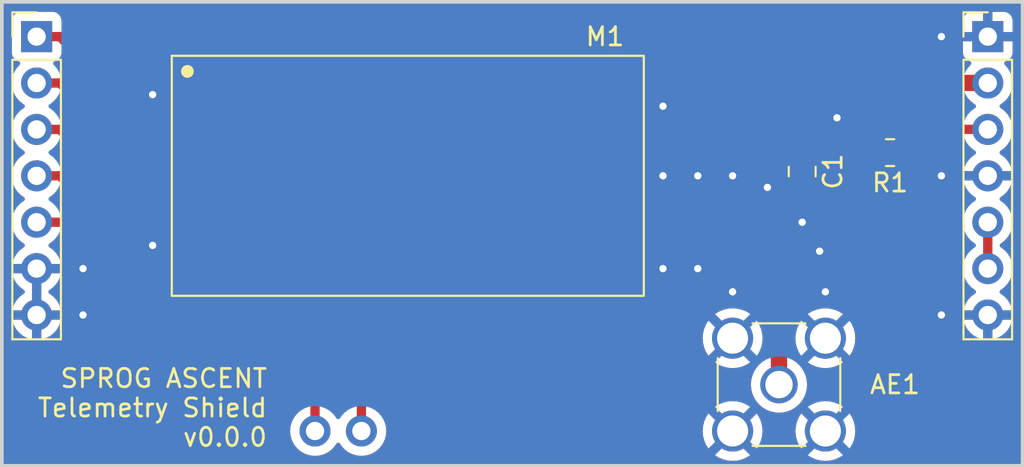
<source format=kicad_pcb>
(kicad_pcb (version 20221018) (generator pcbnew)
  (layers (0 "F.Cu" signal) (31 "B.Cu" signal) (34 "B.Paste" user) (35 "F.Paste" user) (36 "B.SilkS" user "B.Silkscreen") (37 "F.SilkS" user "F.Silkscreen") (38 "B.Mask" user) (39 "F.Mask" user) (44 "Edge.Cuts" user))
  (net 0 "")
  (net 11 "DC")
  (net 12 "DD")
  (net 17 "GND")
  (net 18 "VCC")
  (net 19 "Net-(M1-RESET)")
  (net 21 "RF")
  (net 22 "RXD")
  (net 23 "TXD")
  (net 24 "CFG")
  (net 25 "RTS")
  (net 26 "CTS")
  (net 27 "RST")
  (net 28 "Net-(J2-Pin_5)")
  (footprint "Resistor_SMD:R_0805_2012Metric_Pad1.20x1.40mm_HandSolder" (layer "F.Cu") (at 123.555 57.785 180)
    (fp_text reference "R1" (at 0 -1.65 180) (layer "F.SilkS"))
    (fp_text value "2k7")
    (fp_line (start -0.227064 -0.735) (end 0.227064 -0.735) (stroke (width 0.12)) (layer "F.SilkS"))
    (fp_line (start -0.227064 0.735) (end 0.227064 0.735) (stroke (width 0.12)) (layer "F.SilkS"))
    (pad "1" smd roundrect (at -1 0 180) (size 1.2 1.4) (layers "F.Cu" "F.Paste" "F.Mask") (roundrect_rratio 0.2083333333) (net 27 "RST"))
    (pad "2" smd roundrect (at 1 0 180) (size 1.2 1.4) (layers "F.Cu" "F.Paste" "F.Mask") (roundrect_rratio 0.2083333333) (net 19 "Net-(M1-RESET)"))
  )
  (footprint "Connector_Coaxial:SMA_Amphenol_901-144_Vertical" (layer "F.Cu") (at 117.475 70.485)
    (fp_text reference "AE1" (at 6.35 0) (layer "F.SilkS"))
    (fp_text value "Antenna" hide)
    (fp_line (start -3.355 -1.45) (end -3.355 1.45) (stroke (width 0.12)) (layer "F.SilkS"))
    (fp_line (start -1.45 -3.355) (end 1.45 -3.355) (stroke (width 0.12)) (layer "F.SilkS"))
    (fp_line (start -1.45 3.355) (end 1.45 3.355) (stroke (width 0.12)) (layer "F.SilkS"))
    (fp_line (start 3.355 -1.45) (end 3.355 1.45) (stroke (width 0.12)) (layer "F.SilkS"))
    (pad "1" thru_hole circle (at 0 0) (size 2.05 2.05) (drill 1.5) (layers "*.Cu" "*.Mask") (net 21 "RF"))
    (pad "2" thru_hole circle (at -2.54 -2.54) (size 2.25 2.25) (drill 1.7) (layers "*.Cu" "*.Mask") (net 17 "GND"))
    (pad "2" thru_hole circle (at -2.54 2.54) (size 2.25 2.25) (drill 1.7) (layers "*.Cu" "*.Mask") (net 17 "GND"))
    (pad "2" thru_hole circle (at 2.54 -2.54) (size 2.25 2.25) (drill 1.7) (layers "*.Cu" "*.Mask") (net 17 "GND"))
    (pad "2" thru_hole circle (at 2.54 2.54) (size 2.25 2.25) (drill 1.7) (layers "*.Cu" "*.Mask") (net 17 "GND"))
  )
  (footprint "Connector_PinHeader_2.54mm:PinHeader_1x07_P2.54mm_Vertical" (layer "F.Cu") (at 128.905 51.435)
    (fp_text reference "J2" hide)
    (fp_text value "Conn_01x07_Pin" hide)
    (fp_line (start -1.33 -1.33) (end 0 -1.33) (stroke (width 0.12)) (layer "F.SilkS"))
    (fp_line (start -1.33 0) (end -1.33 -1.33) (stroke (width 0.12)) (layer "F.SilkS"))
    (fp_line (start -1.33 1.27) (end -1.33 16.57) (stroke (width 0.12)) (layer "F.SilkS"))
    (fp_line (start -1.33 1.27) (end 1.33 1.27) (stroke (width 0.12)) (layer "F.SilkS"))
    (fp_line (start -1.33 16.57) (end 1.33 16.57) (stroke (width 0.12)) (layer "F.SilkS"))
    (fp_line (start 1.33 1.27) (end 1.33 16.57) (stroke (width 0.12)) (layer "F.SilkS"))
    (pad "1" thru_hole rect (at 0 0) (size 1.7 1.7) (drill 1) (layers "*.Cu" "*.Mask") (net 17 "GND"))
    (pad "2" thru_hole oval (at 0 2.54) (size 1.7 1.7) (drill 1) (layers "*.Cu" "*.Mask") (net 18 "VCC"))
    (pad "3" thru_hole oval (at 0 5.08) (size 1.7 1.7) (drill 1) (layers "*.Cu" "*.Mask") (net 27 "RST"))
    (pad "4" thru_hole oval (at 0 7.62) (size 1.7 1.7) (drill 1) (layers "*.Cu" "*.Mask") (net 17 "GND"))
    (pad "5" thru_hole oval (at 0 10.16) (size 1.7 1.7) (drill 1) (layers "*.Cu" "*.Mask") (net 28 "Net-(J2-Pin_5)"))
    (pad "6" thru_hole oval (at 0 12.7) (size 1.7 1.7) (drill 1) (layers "*.Cu" "*.Mask") (net 28 "Net-(J2-Pin_5)"))
    (pad "7" thru_hole oval (at 0 15.24) (size 1.7 1.7) (drill 1) (layers "*.Cu" "*.Mask") (net 17 "GND"))
  )
  (footprint "new_lib:double_pad" (layer "F.Cu") (at 93.345 73.025)
    (fp_text reference "J3" hide)
    (fp_text value "Conn_01x02_Pin" hide)
    (pad "1" thru_hole circle (at -1.27 0) (size 1.7 1.7) (drill 1) (layers "*.Cu" "*.Mask") (net 12 "DD"))
    (pad "2" thru_hole circle (at 1.27 0) (size 1.7 1.7) (drill 1) (layers "*.Cu" "*.Mask") (net 11 "DC"))
  )
  (footprint "Capacitor_SMD:C_0805_2012Metric_Pad1.18x1.45mm_HandSolder" (layer "F.Cu") (at 118.745 58.8225 -90)
    (fp_text reference "C1" (at 0 -1.68 -90) (layer "F.SilkS"))
    (fp_text value "1n0")
    (fp_line (start -0.261252 -0.735) (end 0.261252 -0.735) (stroke (width 0.12)) (layer "F.SilkS"))
    (fp_line (start -0.261252 0.735) (end 0.261252 0.735) (stroke (width 0.12)) (layer "F.SilkS"))
    (pad "1" smd roundrect (at -1.0375 0 270) (size 1.175 1.45) (layers "F.Cu" "F.Paste" "F.Mask") (roundrect_rratio 0.2127659574) (net 19 "Net-(M1-RESET)"))
    (pad "2" smd roundrect (at 1.0375 0 270) (size 1.175 1.45) (layers "F.Cu" "F.Paste" "F.Mask") (roundrect_rratio 0.2127659574) (net 17 "GND"))
  )
  (footprint "new_lib:RC1180 only reflow" (layer "F.Cu") (at 85.09 62.865)
    (fp_text reference "M1" (at 22.86 -11.43 unlocked) (layer "F.SilkS"))
    (fp_text value "RC1180HP")
    (fp_rect (start -0.855 -10.38) (end 24.985 2.76) (stroke (width 0.12)) (fill none) (layer "F.SilkS"))
    (pad "1" smd roundrect (at 0 -7.62 180) (size 1.27 0.89) (layers "F.Cu" "F.Paste" "F.Mask") (net 17 "GND"))
    (pad "2" smd roundrect (at 0 -6.35 180) (size 1.27 0.89) (layers "F.Cu" "F.Paste" "F.Mask") (net 26 "CTS"))
    (pad "3" smd roundrect (at 0 -5.08 180) (size 1.27 0.89) (layers "F.Cu" "F.Paste" "F.Mask") (net 25 "RTS"))
    (pad "4" smd roundrect (at 0 -3.81 180) (size 1.27 0.89) (layers "F.Cu" "F.Paste" "F.Mask") (net 24 "CFG"))
    (pad "5" smd roundrect (at 0 -2.54 180) (size 1.27 0.89) (layers "F.Cu" "F.Paste" "F.Mask") (net 23 "TXD"))
    (pad "6" smd roundrect (at 0 -1.27 180) (size 1.27 0.89) (layers "F.Cu" "F.Paste" "F.Mask") (net 22 "RXD"))
    (pad "7" smd roundrect (at 0 0 180) (size 1.27 0.89) (layers "F.Cu" "F.Paste" "F.Mask") (net 17 "GND"))
    (pad "8" smd roundrect (at 24.13 0 180) (size 1.27 0.89) (layers "F.Cu" "F.Paste" "F.Mask") (net 17 "GND"))
    (pad "9" smd roundrect (at 24.13 -1.27 180) (size 1.27 0.89) (layers "F.Cu" "F.Paste" "F.Mask") (net 21 "RF"))
    (pad "10" smd roundrect (at 24.13 -2.54 180) (size 1.27 0.89) (layers "F.Cu" "F.Paste" "F.Mask") (net 17 "GND"))
    (pad "11" smd roundrect (at 24.13 -3.81 180) (size 1.27 0.89) (layers "F.Cu" "F.Paste" "F.Mask"))
    (pad "12" smd roundrect (at 24.13 -5.08 180) (size 1.27 0.89) (layers "F.Cu" "F.Paste" "F.Mask") (net 19 "Net-(M1-RESET)"))
    (pad "13" smd roundrect (at 24.13 -6.35 180) (size 1.27 0.89) (layers "F.Cu" "F.Paste" "F.Mask") (net 18 "VCC"))
    (pad "14" smd roundrect (at 24.13 -7.62 180) (size 1.27 0.89) (layers "F.Cu" "F.Paste" "F.Mask") (net 17 "GND"))
    (pad "15" smd roundrect (at 1.905 1.905 90) (size 1.27 0.89) (layers "F.Cu" "F.Paste" "F.Mask"))
    (pad "16" smd roundrect (at 3.175 1.905 90) (size 1.27 0.89) (layers "F.Cu" "F.Paste" "F.Mask"))
    (pad "17" smd roundrect (at 4.445 1.905 90) (size 1.27 0.89) (layers "F.Cu" "F.Paste" "F.Mask"))
    (pad "18" smd roundrect (at 5.715 1.905 90) (size 1.27 0.89) (layers "F.Cu" "F.Paste" "F.Mask"))
    (pad "19" smd roundrect (at 6.985 1.905 90) (size 1.27 0.89) (layers "F.Cu" "F.Paste" "F.Mask") (net 12 "DD"))
    (pad "20" smd roundrect (at 8.255 1.905 90) (size 1.27 0.89) (layers "F.Cu" "F.Paste" "F.Mask") (net 11 "DC"))
    (pad "21" smd roundrect (at 9.525 1.905 90) (size 1.27 0.89) (layers "F.Cu" "F.Paste" "F.Mask"))
    (pad "22" smd roundrect (at 10.795 1.905 90) (size 1.27 0.89) (layers "F.Cu" "F.Paste" "F.Mask"))
    (pad "23" smd roundrect (at 10.795 -9.525 90) (size 1.27 0.89) (layers "F.Cu" "F.Paste" "F.Mask"))
    (pad "24" smd roundrect (at 9.525 -9.525 90) (size 1.27 0.89) (layers "F.Cu" "F.Paste" "F.Mask"))
    (pad "25" smd roundrect (at 8.255 -9.525 90) (size 1.27 0.89) (layers "F.Cu" "F.Paste" "F.Mask"))
    (pad "26" smd roundrect (at 6.985 -9.525 90) (size 1.27 0.89) (layers "F.Cu" "F.Paste" "F.Mask"))
    (pad "27" smd roundrect (at 5.715 -9.525 90) (size 1.27 0.89) (layers "F.Cu" "F.Paste" "F.Mask"))
    (pad "28" smd roundrect (at 4.445 -9.525 90) (size 1.27 0.89) (layers "F.Cu" "F.Paste" "F.Mask"))
    (pad "29" smd roundrect (at 3.175 -9.525 90) (size 1.27 0.89) (layers "F.Cu" "F.Paste" "F.Mask"))
    (pad "30" smd roundrect (at 1.905 -9.525 90) (size 1.27 0.89) (layers "F.Cu" "F.Paste" "F.Mask"))
  )
  (footprint "Connector_PinHeader_2.54mm:PinHeader_1x07_P2.54mm_Vertical" (layer "F.Cu") (at 76.835 51.435)
    (fp_text reference "J1" hide)
    (fp_text value "Conn_01x07_Pin" hide)
    (fp_line (start -1.33 -1.33) (end 0 -1.33) (stroke (width 0.12)) (layer "F.SilkS"))
    (fp_line (start -1.33 0) (end -1.33 -1.33) (stroke (width 0.12)) (layer "F.SilkS"))
    (fp_line (start -1.33 1.27) (end -1.33 16.57) (stroke (width 0.12)) (layer "F.SilkS"))
    (fp_line (start -1.33 1.27) (end 1.33 1.27) (stroke (width 0.12)) (layer "F.SilkS"))
    (fp_line (start -1.33 16.57) (end 1.33 16.57) (stroke (width 0.12)) (layer "F.SilkS"))
    (fp_line (start 1.33 1.27) (end 1.33 16.57) (stroke (width 0.12)) (layer "F.SilkS"))
    (pad "1" thru_hole rect (at 0 0) (size 1.7 1.7) (drill 1) (layers "*.Cu" "*.Mask") (net 26 "CTS"))
    (pad "2" thru_hole oval (at 0 2.54) (size 1.7 1.7) (drill 1) (layers "*.Cu" "*.Mask") (net 25 "RTS"))
    (pad "3" thru_hole oval (at 0 5.08) (size 1.7 1.7) (drill 1) (layers "*.Cu" "*.Mask") (net 24 "CFG"))
    (pad "4" thru_hole oval (at 0 7.62) (size 1.7 1.7) (drill 1) (layers "*.Cu" "*.Mask") (net 23 "TXD"))
    (pad "5" thru_hole oval (at 0 10.16) (size 1.7 1.7) (drill 1) (layers "*.Cu" "*.Mask") (net 22 "RXD"))
    (pad "6" thru_hole oval (at 0 12.7) (size 1.7 1.7) (drill 1) (layers "*.Cu" "*.Mask") (net 17 "GND"))
    (pad "7" thru_hole oval (at 0 15.24) (size 1.7 1.7) (drill 1) (layers "*.Cu" "*.Mask") (net 17 "GND"))
  )
  (gr_circle (center 85.09 53.34) (end 85.34 53.34) (stroke (width 0.2)) (fill solid) (layer "F.SilkS"))
  (gr_rect (start 74.93 49.53) (end 130.81 74.93) (stroke (width 0.2)) (fill none) (layer "Edge.Cuts"))
  (gr_text "SPROG ASCENT\nTelemetry Shield\nv0.0.0" (at 89.535 71.755) (layer "F.SilkS") (effects (font (size 1 1)) (justify right)))
  (segment (start 93.345 69.215) (end 93.345 64.77) (width 0.508) (layer "F.Cu") (net 11))
  (segment (start 94.615 73.025) (end 94.615 70.485) (width 0.508) (layer "F.Cu") (net 11))
  (segment (start 94.615 70.485) (end 93.345 69.215) (width 0.508) (layer "F.Cu") (net 11))
  (segment (start 92.075 73.025) (end 92.075 64.77) (width 0.508) (layer "F.Cu") (net 12))
  (via (at 83.185 62.865) (size 0.8) (drill 0.4) (layers "F.Cu" "B.Cu") (net 17))
  (via (at 111.125 64.135) (size 0.8) (drill 0.4) (layers "F.Cu" "B.Cu") (net 17))
  (via (at 116.84 59.69) (size 0.8) (drill 0.4) (layers "F.Cu" "B.Cu") (net 17))
  (via (at 83.185 54.61) (size 0.8) (drill 0.4) (layers "F.Cu" "B.Cu") (net 17))
  (via (at 79.375 64.135) (size 0.8) (drill 0.4) (layers "F.Cu" "B.Cu") (net 17))
  (via (at 113.03 64.135) (size 0.8) (drill 0.4) (layers "F.Cu" "B.Cu") (net 17))
  (via (at 119.6975 63.1825) (size 0.8) (drill 0.4) (layers "F.Cu" "B.Cu") (net 17))
  (via (at 114.935 65.405) (size 0.8) (drill 0.4) (layers "F.Cu" "B.Cu") (net 17))
  (via (at 126.365 51.435) (size 0.8) (drill 0.4) (layers "F.Cu" "B.Cu") (net 17))
  (via (at 120.65 55.88) (size 0.8) (drill 0.4) (layers "F.Cu" "B.Cu") (net 17))
  (via (at 111.125 55.245) (size 0.8) (drill 0.4) (layers "F.Cu" "B.Cu") (net 17))
  (via (at 114.935 59.055) (size 0.8) (drill 0.4) (layers "F.Cu" "B.Cu") (net 17))
  (via (at 79.375 66.675) (size 0.8) (drill 0.4) (layers "F.Cu" "B.Cu") (net 17))
  (via (at 113.03 59.055) (size 0.8) (drill 0.4) (layers "F.Cu" "B.Cu") (net 17))
  (via (at 118.745 61.595) (size 0.8) (drill 0.4) (layers "F.Cu" "B.Cu") (net 17))
  (via (at 111.125 59.055) (size 0.8) (drill 0.4) (layers "F.Cu" "B.Cu") (net 17))
  (via (at 126.365 59.055) (size 0.8) (drill 0.4) (layers "F.Cu" "B.Cu") (net 17))
  (via (at 120.015 65.405) (size 0.8) (drill 0.4) (layers "F.Cu" "B.Cu") (net 17))
  (via (at 126.365 66.675) (size 0.8) (drill 0.4) (layers "F.Cu" "B.Cu") (net 17))
  (segment (start 113.665 56.515) (end 109.22 56.515) (width 0.89) (layer "F.Cu") (net 18))
  (segment (start 113.665 56.515) (end 116.21 53.97) (width 0.89) (layer "F.Cu") (net 18))
  (segment (start 116.21 53.97) (end 128.905 53.97) (width 0.89) (layer "F.Cu") (net 18))
  (segment (start 118.745 57.785) (end 109.22 57.785) (width 0.508) (layer "F.Cu") (net 19))
  (segment (start 118.745 57.785) (end 122.555 57.785) (width 0.508) (layer "F.Cu") (net 19))
  (segment (start 117.475 70.485) (end 117.475 65.405) (width 0.89) (layer "F.Cu") (net 21))
  (segment (start 113.665 61.595) (end 109.22 61.595) (width 0.89) (layer "F.Cu") (net 21))
  (arc (start 117.475 65.405) (mid 116.359076 62.710923) (end 113.665 61.595) (width 2.54) (layer "F.Cu") (net 21))
  (segment (start 76.835 61.595) (end 85.09 61.595) (width 0.508) (layer "F.Cu") (net 22))
  (segment (start 78.095 59.055) (end 76.835 59.055) (width 0.508) (layer "F.Cu") (net 23))
  (segment (start 78.1 59.05) (end 79.375 60.325) (width 0.508) (layer "F.Cu") (net 23))
  (segment (start 79.375 60.325) (end 85.09 60.325) (width 0.508) (layer "F.Cu") (net 23))
  (segment (start 78.1 59.05) (end 78.095 59.055) (width 0.508) (layer "F.Cu") (net 23))
  (segment (start 80.645 59.055) (end 85.09 59.055) (width 0.508) (layer "F.Cu") (net 24))
  (segment (start 78.095 56.515) (end 76.835 56.515) (width 0.508) (layer "F.Cu") (net 24))
  (segment (start 78.1 56.51) (end 78.095 56.515) (width 0.508) (layer "F.Cu") (net 24))
  (segment (start 78.1 56.51) (end 80.645 59.055) (width 0.508) (layer "F.Cu") (net 24))
  (segment (start 78.095 53.975) (end 76.835 53.975) (width 0.508) (layer "F.Cu") (net 25))
  (segment (start 78.1 53.97) (end 81.915 57.785) (width 0.508) (layer "F.Cu") (net 25))
  (segment (start 81.915 57.785) (end 85.09 57.785) (width 0.508) (layer "F.Cu") (net 25))
  (segment (start 78.1 53.97) (end 78.095 53.975) (width 0.508) (layer "F.Cu") (net 25))
  (segment (start 83.185 56.515) (end 85.09 56.515) (width 0.508) (layer "F.Cu") (net 26))
  (segment (start 78.1 51.43) (end 83.185 56.515) (width 0.508) (layer "F.Cu") (net 26))
  (segment (start 78.1 51.43) (end 78.095 51.435) (width 0.508) (layer "F.Cu") (net 26))
  (segment (start 78.095 51.435) (end 76.835 51.435) (width 0.508) (layer "F.Cu") (net 26))
  (segment (start 125.83 56.51) (end 124.555 57.785) (width 0.508) (layer "F.Cu") (net 27))
  (segment (start 128.905 56.51) (end 125.83 56.51) (width 0.508) (layer "F.Cu") (net 27))
  (segment (start 128.905 61.59) (end 128.905 64.13) (width 0.508) (layer "F.Cu") (net 28))
  (zone (net 17) (net_name "GND") (layer "F.Cu") (connect_pads (clearance 0.508)) (min_thickness 0.254) (fill yes (thermal_gap 0.508) (thermal_bridge_width 0.508))
    (polygon (pts (xy 130.81 74.93) (xy 74.93 74.93) (xy 74.93 49.53) (xy 130.81 49.53)))
  )
  (zone (net 0) (net_name "") (layer "F.Cu") (connect_pads yes (clearance 0)) (min_thickness 0.254)
    (keepout (tracks allowed) (vias allowed) (pads allowed) (copperpour not_allowed) (footprints allowed))
    (fill (thermal_gap 0.508) (thermal_bridge_width 0.508))
    (polygon (pts (xy 113.665 60.16625) (xy 111.76 60.16625) (xy 109.855 61.11875) (xy 109.855 60.80125) (xy 111.76 59.84875) (xy 113.665 59.84875)))
  )
  (zone (net 21) (net_name "RF") (layer "F.Cu") (connect_pads yes (clearance 0.508)) (min_thickness 0.254) (fill yes (thermal_gap 0.508) (thermal_bridge_width 0.508))
    (polygon (pts (xy 113.665 61.43625) (xy 109.855 61.43625) (xy 109.855 61.2775) (xy 111.76 60.325) (xy 113.665 60.325)))
  )
  (zone (net 21) (net_name "RF") (layer "F.Cu") (connect_pads yes (clearance 0.508)) (min_thickness 0.254) (fill yes (thermal_gap 0.508) (thermal_bridge_width 0.508))
    (polygon (pts (xy 113.665 61.75375) (xy 109.855 61.75375) (xy 109.855 61.9125) (xy 111.76 62.865) (xy 113.665 62.865)))
  )
  (zone (net 0) (net_name "") (layer "F.Cu") (connect_pads (clearance 0)) (min_thickness 0.254)
    (keepout (tracks allowed) (vias allowed) (pads allowed) (copperpour not_allowed) (footprints allowed))
    (fill (thermal_gap 0.508) (thermal_bridge_width 0.508))
    (polygon (pts (xy 116.205 65.659) (xy 116.205 66.675) (xy 115.697 66.675) (xy 115.697 65.151)))
  )
  (zone (net 21) (net_name "RF") (layer "F.Cu") (connect_pads (clearance 0.508)) (min_thickness 0.254) (fill yes (thermal_gap 0.508) (thermal_bridge_width 0.508))
    (polygon (pts (xy 118.745 66.675) (xy 117.475 70.485) (xy 116.205 66.675) (xy 116.205 65.405) (xy 118.745 65.405)))
  )
  (zone (net 0) (net_name "") (layer "F.Cu") (connect_pads yes (clearance 0)) (min_thickness 0.254)
    (keepout (tracks allowed) (vias allowed) (pads allowed) (copperpour not_allowed) (footprints allowed))
    (fill (thermal_gap 0.508) (thermal_bridge_width 0.508))
    (polygon (pts (xy 113.665 63.02375) (xy 111.76 63.02375) (xy 109.855 62.07125) (xy 109.855 62.38875) (xy 111.76 63.34125) (xy 113.665 63.34125)))
  )
  (zone (net 0) (net_name "") (layer "F.Cu") (connect_pads (clearance 0)) (min_thickness 0.254)
    (keepout (tracks allowed) (vias allowed) (pads allowed) (copperpour not_allowed) (footprints allowed))
    (fill (thermal_gap 0.508) (thermal_bridge_width 0.508))
    (polygon (pts (xy 119.253 66.675) (xy 118.745 66.675) (xy 118.745 65.659) (xy 119.253 65.151)))
  )
  (zone (net 17) (net_name "GND") (layer "B.Cu") (connect_pads (clearance 0.508)) (min_thickness 0.254) (fill yes (thermal_gap 0.508) (thermal_bridge_width 0.508))
    (polygon (pts (xy 130.81 74.93) (xy 74.93 74.93) (xy 74.93 49.53) (xy 130.81 49.53)))
  )
)
</source>
